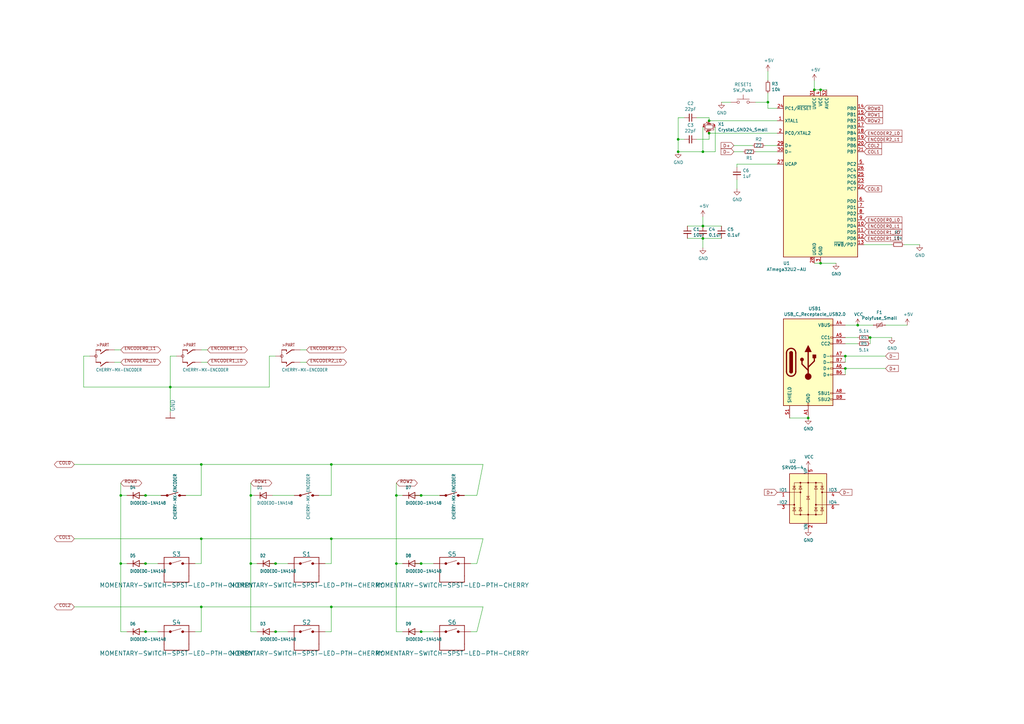
<source format=kicad_sch>
(kicad_sch (version 20211123) (generator eeschema)
  (paper "A3")
  (title_block (title "RecyclingPad - embedded") (date "2022-06-22") (rev "0.1x") (company "deveth0"))
  (lib_symbols
    (symbol "Connector:USB_C_Receptacle_USB2.0" (pin_names (offset 1.016))
      (property "Reference" "J" (at -10.16 19.05 0))
      (property "Value" "USB_C_Receptacle_USB2.0" (at 19.05 19.05 0))
      (symbol "USB_C_Receptacle_USB2.0_0_0"
        (rectangle (start -0.254 -17.78) (end 0.254 -16.764))
        (rectangle (start 10.16 -14.986) (end 9.144 -15.494))
        (rectangle (start 10.16 -12.446) (end 9.144 -12.954))
        (rectangle (start 10.16 -4.826) (end 9.144 -5.334))
        (rectangle (start 10.16 -2.286) (end 9.144 -2.794))
        (rectangle (start 10.16 0.254) (end 9.144 -0.254))
        (rectangle (start 10.16 2.794) (end 9.144 2.286))
        (rectangle (start 10.16 7.874) (end 9.144 7.366))
        (rectangle (start 10.16 10.414) (end 9.144 9.906))
        (rectangle (start 10.16 15.494) (end 9.144 14.986))
      )
      (symbol "USB_C_Receptacle_USB2.0_0_1"
        (rectangle (start -10.16 17.78) (end 10.16 -17.78) (stroke (width 0.254)) (fill (type background)))
        (arc (start -8.89 -3.81) (mid -6.985 -5.715) (end -5.08 -3.81) (stroke (width 0.508)))
        (arc (start -7.62 -3.81) (mid -6.985 -4.445) (end -6.35 -3.81) (stroke (width 0.254)))
        (arc (start -7.62 -3.81) (mid -6.985 -4.445) (end -6.35 -3.81) (stroke (width 0.254)) (fill (type outline)))
        (rectangle (start -7.62 -3.81) (end -6.35 3.81) (stroke (width 0.254)) (fill (type outline)))
        (arc (start -6.35 3.81) (mid -6.985 4.445) (end -7.62 3.81) (stroke (width 0.254)))
        (arc (start -6.35 3.81) (mid -6.985 4.445) (end -7.62 3.81) (stroke (width 0.254)) (fill (type outline)))
        (arc (start -5.08 3.81) (mid -6.985 5.715) (end -8.89 3.81) (stroke (width 0.508)))
        (circle (center -2.54 1.143) (radius 0.635) (stroke (width 0.254)) (fill (type outline)))
        (circle (center 0 -5.842) (radius 1.27) (fill (type outline)))
        (polyline (pts (xy -8.89 -3.81) (xy -8.89 3.81)) (stroke (width 0.508)))
        (polyline (pts (xy -5.08 3.81) (xy -5.08 -3.81)) (stroke (width 0.508)))
        (polyline (pts (xy 0 -5.842) (xy 0 4.318)) (stroke (width 0.508)))
        (polyline (pts (xy 0 -3.302) (xy -2.54 -0.762) (xy -2.54 0.508)) (stroke (width 0.508)))
        (polyline (pts (xy 0 -2.032) (xy 2.54 0.508) (xy 2.54 1.778)) (stroke (width 0.508)))
        (polyline (pts (xy -1.27 4.318) (xy 0 6.858) (xy 1.27 4.318) (xy -1.27 4.318)) (stroke (width 0.254)) (fill (type outline)))
        (rectangle (start 1.905 1.778) (end 3.175 3.048) (stroke (width 0.254)) (fill (type outline)))
      )
      (symbol "USB_C_Receptacle_USB2.0_1_1"
        (pin passive line (at 0 -22.86 90) (length 5.08) (name "GND") (number "A1"))
        (pin passive line (at 0 -22.86 90) (length 5.08) hide (name "GND") (number "A12"))
        (pin passive line (at 15.24 15.24 180) (length 5.08) (name "VBUS") (number "A4"))
        (pin bidirectional line (at 15.24 10.16 180) (length 5.08) (name "CC1") (number "A5"))
        (pin bidirectional line (at 15.24 -2.54 180) (length 5.08) (name "D+") (number "A6"))
        (pin bidirectional line (at 15.24 2.54 180) (length 5.08) (name "D-") (number "A7"))
        (pin bidirectional line (at 15.24 -12.7 180) (length 5.08) (name "SBU1") (number "A8"))
        (pin passive line (at 15.24 15.24 180) (length 5.08) hide (name "VBUS") (number "A9"))
        (pin passive line (at 0 -22.86 90) (length 5.08) hide (name "GND") (number "B1"))
        (pin passive line (at 0 -22.86 90) (length 5.08) hide (name "GND") (number "B12"))
        (pin passive line (at 15.24 15.24 180) (length 5.08) hide (name "VBUS") (number "B4"))
        (pin bidirectional line (at 15.24 7.62 180) (length 5.08) (name "CC2") (number "B5"))
        (pin bidirectional line (at 15.24 -5.08 180) (length 5.08) (name "D+") (number "B6"))
        (pin bidirectional line (at 15.24 0 180) (length 5.08) (name "D-") (number "B7"))
        (pin bidirectional line (at 15.24 -15.24 180) (length 5.08) (name "SBU2") (number "B8"))
        (pin passive line (at 15.24 15.24 180) (length 5.08) hide (name "VBUS") (number "B9"))
        (pin passive line (at -7.62 -22.86 90) (length 5.08) (name "SHIELD") (number "S1"))
      )
    )
    (symbol "Device:C_Small" (pin_numbers hide) (pin_names (offset 0.254) hide)
      (property "Reference" "C" (at 0.254 1.778 0))
      (property "Value" "C_Small" (at 0.254 -2.032 0))
      (symbol "C_Small_0_1"
        (polyline (pts (xy -1.524 -0.508) (xy 1.524 -0.508)) (stroke (width 0.3302)))
        (polyline (pts (xy -1.524 0.508) (xy 1.524 0.508)) (stroke (width 0.3048)))
      )
      (symbol "C_Small_1_1"
        (pin passive line (at 0 2.54 270) (length 2.032) (name "~") (number "1"))
        (pin passive line (at 0 -2.54 90) (length 2.032) (name "~") (number "2"))
      )
    )
    (symbol "Device:Crystal_GND24_Small" (pin_names (offset 1.016) hide)
      (property "Reference" "Y" (at 1.27 4.445 0))
      (property "Value" "Crystal_GND24_Small" (at 1.27 2.54 0))
      (symbol "Crystal_GND24_Small_0_1"
        (rectangle (start -0.762 -1.524) (end 0.762 1.524))
        (polyline (pts (xy -1.27 -0.762) (xy -1.27 0.762)) (stroke (width 0.381)))
        (polyline (pts (xy 1.27 -0.762) (xy 1.27 0.762)) (stroke (width 0.381)))
        (polyline (pts (xy -1.27 -1.27) (xy -1.27 -1.905) (xy 1.27 -1.905) (xy 1.27 -1.27)))
        (polyline (pts (xy -1.27 1.27) (xy -1.27 1.905) (xy 1.27 1.905) (xy 1.27 1.27)))
      )
      (symbol "Crystal_GND24_Small_1_1"
        (pin passive line (at -2.54 0 0) (length 1.27) (name "1") (number "1"))
        (pin passive line (at 0 -2.54 90) (length 0.635) (name "2") (number "2"))
        (pin passive line (at 2.54 0 180) (length 1.27) (name "3") (number "3"))
        (pin passive line (at 0 2.54 270) (length 0.635) (name "4") (number "4"))
      )
    )
    (symbol "Device:Polyfuse_Small" (pin_numbers hide) (pin_names (offset 0))
      (property "Reference" "F" (at -1.905 0 90))
      (property "Value" "Polyfuse_Small" (at 1.905 0 90))
      (symbol "Polyfuse_Small_0_1"
        (rectangle (start -0.508 1.27) (end 0.508 -1.27))
        (polyline (pts (xy 0 2.54) (xy 0 -2.54)))
        (polyline (pts (xy -1.016 1.27) (xy -1.016 0.762) (xy 1.016 -0.762) (xy 1.016 -1.27)))
      )
      (symbol "Polyfuse_Small_1_1"
        (pin passive line (at 0 2.54 270) (length 0.635) (name "~") (number "1"))
        (pin passive line (at 0 -2.54 90) (length 0.635) (name "~") (number "2"))
      )
    )
    (symbol "Device:R_Small" (pin_numbers hide) (pin_names (offset 0.254) hide)
      (property "Reference" "R" (at 0.762 0.508 0))
      (property "Value" "R_Small" (at 0.762 -1.016 0))
      (symbol "R_Small_0_1"
        (rectangle (start -0.762 1.778) (end 0.762 -1.778) (stroke (width 0.2032)))
      )
      (symbol "R_Small_1_1"
        (pin passive line (at 0 2.54 270) (length 0.762) (name "~") (number "1"))
        (pin passive line (at 0 -2.54 90) (length 0.762) (name "~") (number "2"))
      )
    )
    (symbol "Diode:1N4148WS" (pin_numbers hide) (pin_names (offset 1.016) hide)
      (property "Reference" "D" (at 0 2.54 0))
      (property "Value" "1N4148WS" (at 0 -2.54 0))
      (symbol "1N4148WS_0_1"
        (polyline (pts (xy -1.27 1.27) (xy -1.27 -1.27)) (stroke (width 0.254)))
        (polyline (pts (xy 1.27 0) (xy -1.27 0)))
        (polyline (pts (xy 1.27 1.27) (xy 1.27 -1.27) (xy -1.27 0) (xy 1.27 1.27)) (stroke (width 0.254)))
      )
      (symbol "1N4148WS_1_1"
        (pin passive line (at -3.81 0 0) (length 2.54) (name "K") (number "1"))
        (pin passive line (at 3.81 0 180) (length 2.54) (name "A") (number "2"))
      )
    )
    (symbol "MCU_Microchip_ATmega:ATmega32U2-AU"
      (property "Reference" "U" (at -15.24 34.29 0))
      (property "Value" "MCU_Microchip_ATmega_ATmega32U2-AU" (at 2.54 -34.29 0))
      (symbol "ATmega32U2-AU_0_1"
        (rectangle (start -15.24 -33.02) (end 15.24 33.02) (stroke (width 0.254)) (fill (type background)))
      )
      (symbol "ATmega32U2-AU_1_1"
        (pin input line (at -17.78 22.86 0) (length 2.54) (name "XTAL1") (number "1"))
        (pin bidirectional line (at 17.78 -20.32 180) (length 2.54) (name "PD4") (number "10"))
        (pin bidirectional line (at 17.78 -22.86 180) (length 2.54) (name "PD5") (number "11"))
        (pin bidirectional line (at 17.78 -25.4 180) (length 2.54) (name "PD6") (number "12"))
        (pin bidirectional line (at 17.78 -27.94 180) (length 2.54) (name "~{HWB}/PD7") (number "13"))
        (pin bidirectional line (at 17.78 27.94 180) (length 2.54) (name "PB0") (number "14"))
        (pin bidirectional line (at 17.78 25.4 180) (length 2.54) (name "PB1") (number "15"))
        (pin bidirectional line (at 17.78 22.86 180) (length 2.54) (name "PB2") (number "16"))
        (pin bidirectional line (at 17.78 20.32 180) (length 2.54) (name "PB3") (number "17"))
        (pin bidirectional line (at 17.78 17.78 180) (length 2.54) (name "PB4") (number "18"))
        (pin bidirectional line (at 17.78 15.24 180) (length 2.54) (name "PB5") (number "19"))
        (pin bidirectional line (at -17.78 17.78 0) (length 2.54) (name "PC0/XTAL2") (number "2"))
        (pin bidirectional line (at 17.78 12.7 180) (length 2.54) (name "PB6") (number "20"))
        (pin bidirectional line (at 17.78 10.16 180) (length 2.54) (name "PB7") (number "21"))
        (pin bidirectional line (at 17.78 -5.08 180) (length 2.54) (name "PC7") (number "22"))
        (pin bidirectional line (at 17.78 -2.54 180) (length 2.54) (name "PC6") (number "23"))
        (pin bidirectional line (at -17.78 27.94 0) (length 2.54) (name "PC1/~{RESET}") (number "24"))
        (pin bidirectional line (at 17.78 0 180) (length 2.54) (name "PC5") (number "25"))
        (pin bidirectional line (at 17.78 2.54 180) (length 2.54) (name "PC4") (number "26"))
        (pin passive line (at -17.78 5.08 0) (length 2.54) (name "UCAP") (number "27"))
        (pin power_in line (at -2.54 -35.56 90) (length 2.54) (name "UGND") (number "28"))
        (pin bidirectional line (at -17.78 12.7 0) (length 2.54) (name "D+") (number "29"))
        (pin power_in line (at 0 -35.56 90) (length 2.54) (name "GND") (number "3"))
        (pin bidirectional line (at -17.78 10.16 0) (length 2.54) (name "D-") (number "30"))
        (pin power_in line (at -2.54 35.56 270) (length 2.54) (name "UVCC") (number "31"))
        (pin power_in line (at 2.54 35.56 270) (length 2.54) (name "AVCC") (number "32"))
        (pin power_in line (at 0 35.56 270) (length 2.54) (name "VCC") (number "4"))
        (pin bidirectional line (at 17.78 5.08 180) (length 2.54) (name "PC2") (number "5"))
        (pin bidirectional line (at 17.78 -10.16 180) (length 2.54) (name "PD0") (number "6"))
        (pin bidirectional line (at 17.78 -12.7 180) (length 2.54) (name "PD1") (number "7"))
        (pin bidirectional line (at 17.78 -15.24 180) (length 2.54) (name "PD2") (number "8"))
        (pin bidirectional line (at 17.78 -17.78 180) (length 2.54) (name "PD3") (number "9"))
      )
    )
    (symbol "Power_Protection:SRV05-4" (pin_names (offset 0))
      (property "Reference" "U" (at -5.08 11.43 0))
      (property "Value" "SRV05-4" (at 2.54 11.43 0))
      (symbol "SRV05-4_0_0"
        (rectangle (start -5.715 6.477) (end 5.715 -6.604))
        (polyline (pts (xy -3.175 -6.604) (xy -3.175 6.477)))
        (polyline (pts (xy 3.175 6.477) (xy 3.175 -6.604)))
      )
      (symbol "SRV05-4_0_1"
        (rectangle (start -7.62 10.16) (end 7.62 -10.16) (stroke (width 0.254)) (fill (type background)))
        (circle (center -5.715 -2.54) (radius 0.2794) (fill (type outline)))
        (circle (center -3.175 -6.604) (radius 0.2794) (fill (type outline)))
        (circle (center -3.175 2.54) (radius 0.2794) (fill (type outline)))
        (circle (center -3.175 6.477) (radius 0.2794) (fill (type outline)))
        (circle (center 0 -6.604) (radius 0.2794) (fill (type outline)))
        (polyline (pts (xy -7.747 2.54) (xy -3.175 2.54)))
        (polyline (pts (xy -7.62 -2.54) (xy -5.715 -2.54)))
        (polyline (pts (xy -5.08 -3.81) (xy -6.35 -3.81)))
        (polyline (pts (xy -5.08 5.08) (xy -6.35 5.08)))
        (polyline (pts (xy -2.54 -3.81) (xy -3.81 -3.81)))
        (polyline (pts (xy -2.54 5.08) (xy -3.81 5.08)))
        (polyline (pts (xy 0 10.16) (xy 0 -10.16)))
        (polyline (pts (xy 3.81 -3.81) (xy 2.54 -3.81)))
        (polyline (pts (xy 3.81 5.08) (xy 2.54 5.08)))
        (polyline (pts (xy 6.35 -3.81) (xy 5.08 -3.81)))
        (polyline (pts (xy 6.35 5.08) (xy 5.08 5.08)))
        (polyline (pts (xy 7.62 -2.54) (xy 3.175 -2.54)))
        (polyline (pts (xy 7.62 2.54) (xy 5.715 2.54)))
        (polyline (pts (xy 0.635 0.889) (xy -0.635 0.889) (xy -0.635 0.635)))
        (polyline (pts (xy -5.08 -5.08) (xy -6.35 -5.08) (xy -5.715 -3.81) (xy -5.08 -5.08)))
        (polyline (pts (xy -5.08 3.81) (xy -6.35 3.81) (xy -5.715 5.08) (xy -5.08 3.81)))
        (polyline (pts (xy -2.54 -5.08) (xy -3.81 -5.08) (xy -3.175 -3.81) (xy -2.54 -5.08)))
        (polyline (pts (xy -2.54 3.81) (xy -3.81 3.81) (xy -3.175 5.08) (xy -2.54 3.81)))
        (polyline (pts (xy 0.635 -0.381) (xy -0.635 -0.381) (xy 0 0.889) (xy 0.635 -0.381)))
        (polyline (pts (xy 3.81 -5.08) (xy 2.54 -5.08) (xy 3.175 -3.81) (xy 3.81 -5.08)))
        (polyline (pts (xy 3.81 3.81) (xy 2.54 3.81) (xy 3.175 5.08) (xy 3.81 3.81)))
        (polyline (pts (xy 6.35 -5.08) (xy 5.08 -5.08) (xy 5.715 -3.81) (xy 6.35 -5.08)))
        (polyline (pts (xy 6.35 3.81) (xy 5.08 3.81) (xy 5.715 5.08) (xy 6.35 3.81)))
        (circle (center 0 6.477) (radius 0.2794) (fill (type outline)))
        (circle (center 3.175 -6.604) (radius 0.2794) (fill (type outline)))
        (circle (center 3.175 -2.54) (radius 0.2794) (fill (type outline)))
        (circle (center 3.175 6.477) (radius 0.2794) (fill (type outline)))
        (circle (center 5.715 2.54) (radius 0.2794) (fill (type outline)))
      )
      (symbol "SRV05-4_1_1"
        (pin passive line (at -12.7 2.54 0) (length 5.08) (name "IO1") (number "1"))
        (pin passive line (at 0 -12.7 90) (length 2.54) (name "VN") (number "2"))
        (pin passive line (at -12.7 -2.54 0) (length 5.08) (name "IO2") (number "3"))
        (pin passive line (at 12.7 2.54 180) (length 5.08) (name "IO3") (number "4"))
        (pin passive line (at 0 12.7 270) (length 2.54) (name "VP") (number "5"))
        (pin passive line (at 12.7 -2.54 180) (length 5.08) (name "IO4") (number "6"))
      )
    )
    (symbol "RecyclingPad:CHERRY-MX"
      (property "Reference" "S1" (at 0 5.334 0))
      (property "Value" "CHERRY-MX" (at 0 -5.334 0))
      (symbol "CHERRY-MX_1_0"
        (circle (center -2.54 2.54) (radius 0.127) (stroke (width 0.4064)))
        (polyline (pts (xy -5.08 -5.08) (xy 5.08 -5.08)) (stroke (width 0.254)))
        (polyline (pts (xy -5.08 -2.54) (xy -5.08 -5.08)) (stroke (width 0.254)))
        (polyline (pts (xy -5.08 2.54) (xy -5.08 -2.54)) (stroke (width 0.254)))
        (polyline (pts (xy -5.08 2.54) (xy -2.54 2.54)) (stroke (width 0.1524)))
        (polyline (pts (xy -5.08 5.08) (xy -5.08 2.54)) (stroke (width 0.254)))
        (polyline (pts (xy -2.54 2.54) (xy 1.905 3.81)) (stroke (width 0.1524)))
        (polyline (pts (xy 1.905 2.54) (xy 5.08 2.54)) (stroke (width 0.1524)))
        (polyline (pts (xy 5.08 -5.08) (xy 5.08 -2.54)) (stroke (width 0.254)))
        (polyline (pts (xy 5.08 -2.54) (xy 5.08 2.54)) (stroke (width 0.254)))
        (polyline (pts (xy 5.08 2.54) (xy 5.08 5.08)) (stroke (width 0.254)))
        (polyline (pts (xy 5.08 5.08) (xy -5.08 5.08)) (stroke (width 0.254)))
        (circle (center 2.54 2.54) (radius 0.127) (stroke (width 0.4064)))
        (pin passive line (at -7.62 2.54 0) (length 2.54) (name "1") (number "S1"))
        (pin passive line (at 7.62 2.54 180) (length 2.54) (name "2") (number "S2"))
      )
    )
    (symbol "RecyclingPad:CHERRY-MX-ENCODER"
      (property "Value" "CHERRY-MX-ENCODER" (at 0 -0.508 90))
      (symbol "CHERRY-MX-ENCODER_1_0"
        (circle (center -2.54 0) (radius 0.127) (stroke (width 0.4064)))
        (polyline (pts (xy -2.54 0) (xy 1.905 1.27)) (stroke (width 0.254)))
        (polyline (pts (xy 1.905 0) (xy 2.54 0)) (stroke (width 0.254)))
        (circle (center 2.54 0) (radius 0.127) (stroke (width 0.4064)))
        (pin passive line (at -5.08 0 0) (length 2.54) (name "1") (number "D"))
        (pin passive line (at 5.08 0 180) (length 2.54) (name "2") (number "E"))
        (pin passive line (at -5.08 0 0) (length 2.54) (name "1") (number "S1"))
        (pin passive line (at 5.08 0 180) (length 2.54) (name "2") (number "S2"))
      )
      (symbol "CHERRY-MX-ENCODER_2_0"
        (polyline (pts (xy -2.54 0) (xy 2.54 0)) (stroke (width 0.1524)))
        (polyline (pts (xy -2.54 1.905) (xy -2.54 0)) (stroke (width 0.3048)))
        (polyline (pts (xy -2.54 4.1275) (xy -0.9525 1.905)) (stroke (width 0.3048)))
        (polyline (pts (xy -2.54 5.08) (xy -2.54 4.1275)) (stroke (width 0.3048)))
        (polyline (pts (xy -1.905 1.905) (xy -2.54 1.905)) (stroke (width 0.3048)))
        (polyline (pts (xy 2.54 1.905) (xy 2.54 0)) (stroke (width 0.3048)))
        (polyline (pts (xy 2.54 4.1275) (xy 4.1275 1.905)) (stroke (width 0.3048)))
        (polyline (pts (xy 2.54 5.08) (xy 2.54 4.1275)) (stroke (width 0.3048)))
        (polyline (pts (xy 3.175 1.905) (xy 2.54 1.905)) (stroke (width 0.3048)))
        (circle (center 0 0) (radius 0.5679))
        (text ">PART" (at -3.81 0 900) (effects (font (size 1.27 1.0795)) (justify left bottom)))
        (pin passive line (at -2.54 7.62 270) (length 2.54) (name "A") (number "A"))
        (pin passive line (at 2.54 7.62 270) (length 2.54) (name "B") (number "B"))
        (pin passive line (at 0 -2.54 90) (length 2.54) (name "C") (number "C"))
      )
    )
    (symbol "Switch:SW_Push" (pin_numbers hide) (pin_names (offset 1.016) hide)
      (property "Reference" "SW" (at 1.27 2.54 0))
      (property "Value" "SW_Push" (at 0 -1.524 0))
      (symbol "SW_Push_0_1"
        (circle (center -2.032 0) (radius 0.508))
        (polyline (pts (xy 0 1.27) (xy 0 3.048)))
        (polyline (pts (xy 2.54 1.27) (xy -2.54 1.27)))
        (circle (center 2.032 0) (radius 0.508))
        (pin passive line (at -5.08 0 0) (length 2.54) (name "1") (number "1"))
        (pin passive line (at 5.08 0 180) (length 2.54) (name "2") (number "2"))
      )
    )
    (symbol "dumbpad-eagle-import:GND" (power)
      (property "Value" "GND" (at -2.54 -2.54 0))
      (symbol "GND_1_0"
        (polyline (pts (xy -1.905 0) (xy 1.905 0)) (stroke (width 0.254)))
        (pin power_in line (at 0 2.54 270) (length 2.54) (name "GND") (number "1"))
      )
    )
    (symbol "power:+5V" (power) (pin_names (offset 0))
      (property "Value" "+5V" (at 0 3.556 0))
      (symbol "+5V_0_1"
        (polyline (pts (xy -0.762 1.27) (xy 0 2.54)))
        (polyline (pts (xy 0 0) (xy 0 2.54)))
        (polyline (pts (xy 0 2.54) (xy 0.762 1.27)))
      )
      (symbol "+5V_1_1"
        (pin power_in line (at 0 0 90) (length 0) hide (name "+5V") (number "1"))
      )
    )
    (symbol "power:GND" (power) (pin_names (offset 0))
      (property "Value" "GND" (at 0 -3.81 0))
      (symbol "GND_0_1"
        (polyline (pts (xy 0 0) (xy 0 -1.27) (xy 1.27 -1.27) (xy 0 -2.54) (xy -1.27 -1.27) (xy 0 -1.27)))
      )
      (symbol "GND_1_1"
        (pin power_in line (at 0 0 270) (length 0) hide (name "GND") (number "1"))
      )
    )
    (symbol "power:VCC" (power) (pin_names (offset 0))
      (property "Value" "VCC" (at 0 3.81 0))
      (symbol "VCC_0_1"
        (polyline (pts (xy -0.762 1.27) (xy 0 2.54)))
        (polyline (pts (xy 0 0) (xy 0 2.54)))
        (polyline (pts (xy 0 2.54) (xy 0.762 1.27)))
      )
      (symbol "VCC_1_1"
        (pin power_in line (at 0 0 90) (length 0) hide (name "VCC") (number "1"))
      )
    )
  )
  (junction (at 356.87 138.43))
  (junction (at 351.79 133.35))
  (junction (at 288.29 97.79))
  (junction (at 290.83 49.53))
  (junction (at 172.72 259.08))
  (junction (at 290.83 54.61))
  (junction (at 49.53 203.2))
  (junction (at 172.72 203.2))
  (junction (at 113.03 259.08))
  (junction (at 135.89 220.98))
  (junction (at 59.69 259.08))
  (junction (at 172.72 231.14))
  (junction (at 102.87 231.14))
  (junction (at 336.55 107.95))
  (junction (at 82.55 190.5))
  (junction (at 162.56 231.14))
  (junction (at 336.55 36.83))
  (junction (at 346.71 146.05))
  (junction (at 59.69 203.2))
  (junction (at 82.55 220.98))
  (junction (at 113.03 231.14))
  (junction (at 278.13 57.15))
  (junction (at 59.69 231.14))
  (junction (at 346.71 151.13))
  (junction (at 162.56 203.2))
  (junction (at 69.85 158.75))
  (junction (at 314.96 41.91))
  (junction (at 49.53 231.14))
  (junction (at 82.55 248.92))
  (junction (at 135.89 190.5))
  (junction (at 102.87 203.2))
  (junction (at 288.29 92.71))
  (junction (at 331.47 171.45))
  (junction (at 278.13 62.23))
  (junction (at 288.29 62.23))
  (junction (at 334.01 36.83))
  (junction (at 135.89 248.92))
  (wire (pts (xy 113.03 231.14) (xy 110.49 231.14)))
  (wire (pts (xy 30.48 190.5) (xy 82.55 190.5)))
  (wire (pts (xy 104.14 203.2) (xy 102.87 203.2)))
  (wire (pts (xy 64.77 231.14) (xy 59.69 231.14)))
  (wire (pts (xy 52.07 203.2) (xy 49.53 203.2)))
  (wire (pts (xy 34.29 146.05) (xy 34.29 158.75)))
  (wire (pts (xy 195.58 231.14) (xy 198.12 220.98)))
  (wire (pts (xy 57.15 203.2) (xy 59.69 203.2)))
  (wire (pts (xy 304.8 62.23) (xy 300.99 62.23)))
  (wire (pts (xy 334.01 33.02) (xy 334.01 36.83)))
  (wire (pts (xy 30.48 220.98) (xy 82.55 220.98)))
  (wire (pts (xy 346.71 148.59) (xy 346.71 146.05)))
  (wire (pts (xy 102.87 231.14) (xy 102.87 203.2)))
  (wire (pts (xy 105.41 259.08) (xy 102.87 259.08)))
  (wire (pts (xy 356.87 140.97) (xy 356.87 138.43)))
  (wire (pts (xy 72.39 146.05) (xy 69.85 146.05)))
  (wire (pts (xy 135.89 190.5) (xy 198.12 190.5)))
  (wire (pts (xy 30.48 248.92) (xy 82.55 248.92)))
  (wire (pts (xy 76.2 203.2) (xy 82.55 203.2)))
  (wire (pts (xy 113.03 259.08) (xy 110.49 259.08)))
  (wire (pts (xy 52.07 231.14) (xy 49.53 231.14)))
  (wire (pts (xy 49.53 203.2) (xy 49.53 198.12)))
  (wire (pts (xy 165.1 231.14) (xy 162.56 231.14)))
  (wire (pts (xy 82.55 190.5) (xy 135.89 190.5)))
  (wire (pts (xy 80.01 231.14) (xy 82.55 231.14)))
  (wire (pts (xy 288.29 92.71) (xy 281.94 92.71)))
  (wire (pts (xy 59.69 259.08) (xy 57.15 259.08)))
  (wire (pts (xy 82.55 248.92) (xy 135.89 248.92)))
  (wire (pts (xy 123.19 143.51) (xy 125.73 143.51)))
  (wire (pts (xy 118.11 231.14) (xy 113.03 231.14)))
  (wire (pts (xy 346.71 153.67) (xy 346.71 151.13)))
  (wire (pts (xy 300.99 59.69) (xy 308.61 59.69)))
  (wire (pts (xy 293.37 62.23) (xy 293.37 52.07)))
  (wire (pts (xy 346.71 146.05) (xy 363.22 146.05)))
  (wire (pts (xy 82.55 148.59) (xy 85.09 148.59)))
  (wire (pts (xy 318.77 59.69) (xy 313.69 59.69)))
  (wire (pts (xy 290.83 57.15) (xy 290.83 54.61)))
  (wire (pts (xy 278.13 48.26) (xy 280.67 48.26)))
  (wire (pts (xy 195.58 203.2) (xy 198.12 190.5)))
  (wire (pts (xy 314.96 41.91) (xy 314.96 38.1)))
  (wire (pts (xy 288.29 92.71) (xy 295.91 92.71)))
  (wire (pts (xy 36.83 146.05) (xy 34.29 146.05)))
  (wire (pts (xy 133.35 231.14) (xy 135.89 231.14)))
  (wire (pts (xy 177.8 259.08) (xy 172.72 259.08)))
  (wire (pts (xy 177.8 231.14) (xy 172.72 231.14)))
  (wire (pts (xy 165.1 203.2) (xy 162.56 203.2)))
  (wire (pts (xy 302.26 67.31) (xy 302.26 68.58)))
  (wire (pts (xy 290.83 49.53) (xy 318.77 49.53)))
  (wire (pts (xy 49.53 231.14) (xy 49.53 203.2)))
  (wire (pts (xy 82.55 220.98) (xy 135.89 220.98)))
  (wire (pts (xy 135.89 220.98) (xy 135.89 231.14)))
  (wire (pts (xy 351.79 133.35) (xy 358.14 133.35)))
  (wire (pts (xy 133.35 259.08) (xy 135.89 259.08)))
  (wire (pts (xy 102.87 259.08) (xy 102.87 231.14)))
  (wire (pts (xy 365.76 138.43) (xy 356.87 138.43)))
  (wire (pts (xy 102.87 198.12) (xy 102.87 203.2)))
  (wire (pts (xy 318.77 44.45) (xy 314.96 44.45)))
  (wire (pts (xy 52.07 259.08) (xy 49.53 259.08)))
  (wire (pts (xy 314.96 29.21) (xy 314.96 33.02)))
  (wire (pts (xy 123.19 148.59) (xy 125.73 148.59)))
  (wire (pts (xy 288.29 92.71) (xy 288.29 88.9)))
  (wire (pts (xy 130.81 203.2) (xy 135.89 203.2)))
  (wire (pts (xy 135.89 259.08) (xy 135.89 248.92)))
  (wire (pts (xy 105.41 231.14) (xy 102.87 231.14)))
  (wire (pts (xy 46.99 148.59) (xy 49.53 148.59)))
  (wire (pts (xy 195.58 259.08) (xy 198.12 248.92)))
  (wire (pts (xy 82.55 143.51) (xy 85.09 143.51)))
  (wire (pts (xy 278.13 57.15) (xy 278.13 62.23)))
  (wire (pts (xy 172.72 203.2) (xy 180.34 203.2)))
  (wire (pts (xy 290.83 48.26) (xy 285.75 48.26)))
  (wire (pts (xy 69.85 146.05) (xy 69.85 158.75)))
  (wire (pts (xy 69.85 158.75) (xy 110.49 158.75)))
  (wire (pts (xy 135.89 203.2) (xy 135.89 190.5)))
  (wire (pts (xy 135.89 248.92) (xy 198.12 248.92)))
  (wire (pts (xy 278.13 57.15) (xy 278.13 48.26)))
  (wire (pts (xy 193.04 231.14) (xy 195.58 231.14)))
  (wire (pts (xy 346.71 138.43) (xy 351.79 138.43)))
  (wire (pts (xy 110.49 146.05) (xy 113.03 146.05)))
  (wire (pts (xy 82.55 231.14) (xy 82.55 220.98)))
  (wire (pts (xy 346.71 133.35) (xy 351.79 133.35)))
  (wire (pts (xy 323.85 171.45) (xy 331.47 171.45)))
  (wire (pts (xy 309.88 41.91) (xy 314.96 41.91)))
  (wire (pts (xy 82.55 203.2) (xy 82.55 190.5)))
  (wire (pts (xy 281.94 97.79) (xy 288.29 97.79)))
  (wire (pts (xy 334.01 107.95) (xy 336.55 107.95)))
  (wire (pts (xy 363.22 133.35) (xy 372.11 133.35)))
  (wire (pts (xy 309.88 62.23) (xy 318.77 62.23)))
  (wire (pts (xy 336.55 107.95) (xy 342.9 107.95)))
  (wire (pts (xy 34.29 158.75) (xy 69.85 158.75)))
  (wire (pts (xy 346.71 151.13) (xy 363.22 151.13)))
  (wire (pts (xy 288.29 52.07) (xy 288.29 62.23)))
  (wire (pts (xy 69.85 158.75) (xy 69.85 168.91)))
  (wire (pts (xy 59.69 203.2) (xy 66.04 203.2)))
  (wire (pts (xy 336.55 36.83) (xy 339.09 36.83)))
  (wire (pts (xy 46.99 143.51) (xy 49.53 143.51)))
  (wire (pts (xy 198.12 220.98) (xy 135.89 220.98)))
  (wire (pts (xy 172.72 231.14) (xy 170.18 231.14)))
  (wire (pts (xy 288.29 101.6) (xy 288.29 97.79)))
  (wire (pts (xy 165.1 259.08) (xy 162.56 259.08)))
  (wire (pts (xy 285.75 57.15) (xy 290.83 57.15)))
  (wire (pts (xy 299.72 41.91) (xy 295.91 41.91)))
  (wire (pts (xy 288.29 97.79) (xy 295.91 97.79)))
  (wire (pts (xy 162.56 259.08) (xy 162.56 231.14)))
  (wire (pts (xy 346.71 140.97) (xy 351.79 140.97)))
  (wire (pts (xy 172.72 259.08) (xy 170.18 259.08)))
  (wire (pts (xy 170.18 203.2) (xy 172.72 203.2)))
  (wire (pts (xy 110.49 158.75) (xy 110.49 146.05)))
  (wire (pts (xy 118.11 259.08) (xy 113.03 259.08)))
  (wire (pts (xy 80.01 259.08) (xy 82.55 259.08)))
  (wire (pts (xy 162.56 231.14) (xy 162.56 203.2)))
  (wire (pts (xy 354.33 100.33) (xy 365.76 100.33)))
  (wire (pts (xy 59.69 231.14) (xy 57.15 231.14)))
  (wire (pts (xy 377.19 100.33) (xy 370.84 100.33)))
  (wire (pts (xy 64.77 259.08) (xy 59.69 259.08)))
  (wire (pts (xy 111.76 203.2) (xy 120.65 203.2)))
  (wire (pts (xy 302.26 77.47) (xy 302.26 73.66)))
  (wire (pts (xy 162.56 203.2) (xy 162.56 198.12)))
  (wire (pts (xy 318.77 67.31) (xy 302.26 67.31)))
  (wire (pts (xy 314.96 44.45) (xy 314.96 41.91)))
  (wire (pts (xy 49.53 259.08) (xy 49.53 231.14)))
  (wire (pts (xy 280.67 57.15) (xy 278.13 57.15)))
  (wire (pts (xy 290.83 54.61) (xy 318.77 54.61)))
  (wire (pts (xy 288.29 62.23) (xy 293.37 62.23)))
  (wire (pts (xy 334.01 36.83) (xy 336.55 36.83)))
  (wire (pts (xy 190.5 203.2) (xy 195.58 203.2)))
  (wire (pts (xy 290.83 48.26) (xy 290.83 49.53)))
  (wire (pts (xy 82.55 259.08) (xy 82.55 248.92)))
  (wire (pts (xy 193.04 259.08) (xy 195.58 259.08)))
  (wire (pts (xy 288.29 62.23) (xy 278.13 62.23)))
  (global_label "D-" (shape input) (at 344.17 201.93 0) (property "Intersheet References" "${INTERSHEET_REFS}" (effects hide)))
  (global_label "COL2" (shape input) (at 354.33 59.69 0) (property "Intersheet References" "${INTERSHEET_REFS}" (effects hide)))
  (global_label "ENCODER1_L0" (shape bidirectional) (at 85.09 148.59 0) (effects (font (size 1.2446 1.2446))) (property "Intersheet References" "${INTERSHEET_REFS}" (effects hide)))
  (global_label "D+" (shape input) (at 318.77 201.93 180) (property "Intersheet References" "${INTERSHEET_REFS}" (effects hide)))
  (global_label "ENCODER0_L0" (shape input) (at 354.33 90.17 0) (property "Intersheet References" "${INTERSHEET_REFS}" (effects hide)))
  (global_label "ENCODER2_L0" (shape input) (at 354.33 54.61 0) (property "Intersheet References" "${INTERSHEET_REFS}" (effects hide)))
  (global_label "ROW0" (shape bidirectional) (at 49.53 198.12 0) (effects (font (size 1.2446 1.2446))) (property "Intersheet References" "${INTERSHEET_REFS}" (effects hide)))
  (global_label "ENCODER1_L1" (shape bidirectional) (at 85.09 143.51 0) (effects (font (size 1.2446 1.2446))) (property "Intersheet References" "${INTERSHEET_REFS}" (effects hide)))
  (global_label "ENCODER0_L1" (shape bidirectional) (at 49.53 143.51 0) (effects (font (size 1.2446 1.2446))) (property "Intersheet References" "${INTERSHEET_REFS}" (effects hide)))
  (global_label "COL1" (shape input) (at 354.33 62.23 0) (property "Intersheet References" "${INTERSHEET_REFS}" (effects hide)))
  (global_label "ENCODER0_L1" (shape input) (at 354.33 92.71 0) (property "Intersheet References" "${INTERSHEET_REFS}" (effects hide)))
  (global_label "ENCODER0_L0" (shape bidirectional) (at 49.53 148.59 0) (effects (font (size 1.2446 1.2446))) (property "Intersheet References" "${INTERSHEET_REFS}" (effects hide)))
  (global_label "ENCODER2_L0" (shape bidirectional) (at 125.73 148.59 0) (effects (font (size 1.2446 1.2446))) (property "Intersheet References" "${INTERSHEET_REFS}" (effects hide)))
  (global_label "D-" (shape input) (at 300.99 62.23 180) (property "Intersheet References" "${INTERSHEET_REFS}" (effects hide)))
  (global_label "ENCODER2_L1" (shape input) (at 354.33 57.15 0) (property "Intersheet References" "${INTERSHEET_REFS}" (effects hide)))
  (global_label "ROW1" (shape bidirectional) (at 102.87 198.12 0) (effects (font (size 1.2446 1.2446))) (property "Intersheet References" "${INTERSHEET_REFS}" (effects hide)))
  (global_label "ENCODER1_L0" (shape input) (at 354.33 95.25 0) (property "Intersheet References" "${INTERSHEET_REFS}" (effects hide)))
  (global_label "COL1" (shape bidirectional) (at 30.48 220.98 180) (effects (font (size 1.2446 1.2446))) (property "Intersheet References" "${INTERSHEET_REFS}" (effects hide)))
  (global_label "D+" (shape input) (at 363.22 151.13 0) (property "Intersheet References" "${INTERSHEET_REFS}" (effects hide)))
  (global_label "ROW1" (shape input) (at 354.33 46.99 0) (property "Intersheet References" "${INTERSHEET_REFS}" (effects hide)))
  (global_label "ROW0" (shape input) (at 354.33 44.45 0) (property "Intersheet References" "${INTERSHEET_REFS}" (effects hide)))
  (global_label "ROW2" (shape input) (at 354.33 49.53 0) (property "Intersheet References" "${INTERSHEET_REFS}" (effects hide)))
  (global_label "COL0" (shape input) (at 354.33 77.47 0) (property "Intersheet References" "${INTERSHEET_REFS}" (effects hide)))
  (global_label "COL2" (shape bidirectional) (at 30.48 248.92 180) (effects (font (size 1.2446 1.2446))) (property "Intersheet References" "${INTERSHEET_REFS}" (effects hide)))
  (global_label "D+" (shape input) (at 300.99 59.69 180) (property "Intersheet References" "${INTERSHEET_REFS}" (effects hide)))
  (global_label "ENCODER1_L1" (shape input) (at 354.33 97.79 0) (property "Intersheet References" "${INTERSHEET_REFS}" (effects hide)))
  (global_label "D-" (shape input) (at 363.22 146.05 0) (property "Intersheet References" "${INTERSHEET_REFS}" (effects hide)))
  (global_label "ROW2" (shape bidirectional) (at 162.56 198.12 0) (effects (font (size 1.2446 1.2446))) (property "Intersheet References" "${INTERSHEET_REFS}" (effects hide)))
  (global_label "COL0" (shape bidirectional) (at 30.48 190.5 180) (effects (font (size 1.2446 1.2446))) (property "Intersheet References" "${INTERSHEET_REFS}" (effects hide)))
  (global_label "ENCODER2_L1" (shape bidirectional) (at 125.73 143.51 0) (effects (font (size 1.2446 1.2446))) (property "Intersheet References" "${INTERSHEET_REFS}" (effects hide)))
  (symbol (lib_id "Device:C_Small") (at 281.94 95.25 0) (unit 1)
    (property "Reference" "C1" (at 284.2768 94.0816 0) (effects (justify left)))
    (property "Value" "10uF" (at 284.2768 96.393 0) (effects (justify left)))
    (property "Footprint" "Capacitor_SMD:C_0805_2012Metric" (effects hide))
    (property "LCSC Part" "C91245" (effects hide))
  )
  (symbol (lib_id "Diode:1N4148WS") (at 168.91 203.2 0) (unit 1)
    (property "Reference" "D7" (at 166.37 200.66 0) (effects (font (size 1.27 1.0795)) (justify left bottom)))
    (property "Value" "DIODEDO-1N4148" (at 166.37 207.01 0) (effects (font (size 1.27 1.0795)) (justify left bottom)))
    (property "Footprint" "Diode_SMD:D_SOD-323" (effects hide))
    (property "Datasheet" "https://www.vishay.com/docs/85751/1n4148ws.pdf" (effects hide))
    (property "LCSC Part" "C2128" (effects hide))
  )
  (symbol (lib_id "RecyclingPad:CHERRY-MX") (at 125.73 233.68 0) (unit 1)
    (property "Reference" "S1" (at 125.73 228.346 0) (effects (font (size 1.778 1.778)) (justify bottom)))
    (property "Value" "MOMENTARY-SWITCH-SPST-LED-PTH-CHERRY" (at 125.73 239.014 0) (effects (font (size 1.778 1.778)) (justify top)))
    (property "Footprint" "RecyclingPad:CHERRY-MX" (effects hide))
  )
  (symbol (lib_id "power:VCC") (at 351.79 133.35 0) (unit 1)
    (property "Reference" "#PWR0111" (effects hide))
    (property "Value" "VCC" (at 352.171 128.9558 0))
  )
  (symbol (lib_id "Device:Crystal_GND24_Small") (at 290.83 52.07 270) (unit 1)
    (property "Reference" "X1" (at 294.4876 50.9016 90) (effects (justify left)))
    (property "Value" "Crystal_GND24_Small" (at 294.4876 53.213 90) (effects (justify left)))
    (property "Footprint" "Crystal:Crystal_SMD_3225-4Pin_3.2x2.5mm" (effects hide))
    (property "LCSC Part" "C13738" (effects hide))
  )
  (symbol (lib_id "Diode:1N4148WS") (at 109.22 231.14 0) (unit 1)
    (property "Reference" "D2" (at 106.68 228.6 0) (effects (font (size 1.27 1.0795)) (justify left bottom)))
    (property "Value" "DIODEDO-1N4148" (at 106.68 234.95 0) (effects (font (size 1.27 1.0795)) (justify left bottom)))
    (property "Footprint" "Diode_SMD:D_SOD-323" (effects hide))
    (property "Datasheet" "https://www.vishay.com/docs/85751/1n4148ws.pdf" (effects hide))
    (property "LCSC Part" "C2128" (effects hide))
  )
  (symbol (lib_id "Device:R_Small") (at 368.3 100.33 270) (unit 1)
    (property "Reference" "R7" (at 368.3 95.3516 90))
    (property "Value" "10k" (at 368.3 97.663 90))
    (property "Footprint" "Resistor_SMD:R_0805_2012Metric" (effects hide))
    (property "LCSC Part" "C17414" (effects hide))
  )
  (symbol (lib_id "RecyclingPad:CHERRY-MX-ENCODER") (at 185.42 203.2 0) (unit 1)
    (property "Reference" "RE_3_2" (effects hide))
    (property "Value" "CHERRY-MX-ENCODER" (at 185.42 203.708 90) (effects (font (size 1.27 1.0795)) (justify top)))
    (property "Footprint" "CHERRY-MX-ENCODER" (effects hide))
  )
  (symbol (lib_id "power:GND") (at 365.76 138.43 0) (unit 1)
    (property "Reference" "#PWR0113" (effects hide))
    (property "Value" "GND" (at 365.887 142.8242 0))
  )
  (symbol (lib_id "Device:C_Small") (at 302.26 71.12 0) (unit 1)
    (property "Reference" "C6" (at 304.5968 69.9516 0) (effects (justify left)))
    (property "Value" "1uF" (at 304.5968 72.263 0) (effects (justify left)))
    (property "Footprint" "Capacitor_SMD:C_0805_2012Metric" (effects hide))
    (property "LCSC Part" "C28323" (effects hide))
  )
  (symbol (lib_id "Device:C_Small") (at 288.29 95.25 0) (unit 1)
    (property "Reference" "C4" (at 290.6268 94.0816 0) (effects (justify left)))
    (property "Value" "0.1uF" (at 290.6268 96.393 0) (effects (justify left)))
    (property "Footprint" "Capacitor_SMD:C_0805_2012Metric" (effects hide))
    (property "LCSC Part" "C49678" (effects hide))
  )
  (symbol (lib_id "Device:C_Small") (at 283.21 57.15 270) (unit 1)
    (property "Reference" "C3" (at 283.21 51.3334 90))
    (property "Value" "22pF" (at 283.21 53.6448 90))
    (property "Footprint" "Capacitor_SMD:C_0805_2012Metric" (effects hide))
    (property "LCSC Part" "C1804" (effects hide))
  )
  (symbol (lib_id "RecyclingPad:CHERRY-MX-ENCODER") (at 125.73 203.2 0) (unit 1)
    (property "Reference" "RE_0_1" (effects hide))
    (property "Value" "CHERRY-MX-ENCODER" (at 125.73 203.708 90) (effects (font (size 1.27 1.0795)) (justify top)))
    (property "Footprint" "CHERRY-MX-ENCODER" (effects hide))
  )
  (symbol (lib_id "dumbpad-eagle-import:GND") (at 69.85 171.45 0) (unit 1)
    (property "Reference" "#GND0104" (effects hide))
    (property "Value" "GND" (at 69.85 163.83 90) (effects (font (size 1.778 1.5113)) (justify right top)))
  )
  (symbol (lib_id "Diode:1N4148WS") (at 55.88 259.08 0) (unit 1)
    (property "Reference" "D6" (at 53.34 256.54 0) (effects (font (size 1.27 1.0795)) (justify left bottom)))
    (property "Value" "DIODEDO-1N4148" (at 53.34 262.89 0) (effects (font (size 1.27 1.0795)) (justify left bottom)))
    (property "Footprint" "Diode_SMD:D_SOD-323" (effects hide))
    (property "Datasheet" "https://www.vishay.com/docs/85751/1n4148ws.pdf" (effects hide))
    (property "LCSC Part" "C2128" (effects hide))
  )
  (symbol (lib_id "Diode:1N4148WS") (at 168.91 231.14 0) (unit 1)
    (property "Reference" "D8" (at 166.37 228.6 0) (effects (font (size 1.27 1.0795)) (justify left bottom)))
    (property "Value" "DIODEDO-1N4148" (at 166.37 234.95 0) (effects (font (size 1.27 1.0795)) (justify left bottom)))
    (property "Footprint" "Diode_SMD:D_SOD-323" (effects hide))
    (property "Datasheet" "https://www.vishay.com/docs/85751/1n4148ws.pdf" (effects hide))
    (property "LCSC Part" "C2128" (effects hide))
  )
  (symbol (lib_id "power:+5V") (at 288.29 88.9 0) (unit 1)
    (property "Reference" "#PWR0104" (effects hide))
    (property "Value" "+5V" (at 288.671 84.5058 0))
  )
  (symbol (lib_id "Diode:1N4148WS") (at 107.95 203.2 0) (unit 1)
    (property "Reference" "D1" (at 105.41 200.66 0) (effects (font (size 1.27 1.0795)) (justify left bottom)))
    (property "Value" "DIODEDO-1N4148" (at 105.41 207.01 0) (effects (font (size 1.27 1.0795)) (justify left bottom)))
    (property "Footprint" "Diode_SMD:D_SOD-323" (effects hide))
    (property "Datasheet" "https://www.vishay.com/docs/85751/1n4148ws.pdf" (effects hide))
    (property "LCSC Part" "C2128" (effects hide))
  )
  (symbol (lib_id "Device:R_Small") (at 307.34 62.23 90) (unit 1)
    (property "Reference" "R1" (at 307.34 64.77 90))
    (property "Value" "22" (at 307.34 62.23 90))
    (property "Footprint" "Resistor_SMD:R_0805_2012Metric" (effects hide))
    (property "LCSC Part" "C17561" (effects hide))
  )
  (symbol (lib_id "power:+5V") (at 314.96 29.21 0) (unit 1)
    (property "Reference" "#PWR0108" (effects hide))
    (property "Value" "+5V" (at 315.341 24.8158 0))
  )
  (symbol (lib_id "power:GND") (at 278.13 62.23 0) (unit 1)
    (property "Reference" "#PWR0105" (effects hide))
    (property "Value" "GND" (at 278.257 66.6242 0))
  )
  (symbol (lib_id "Power_Protection:SRV05-4") (at 331.47 204.47 0) (unit 1)
    (property "Reference" "U2" (at 325.12 189.23 0))
    (property "Value" "SRV05-4" (at 325.12 191.77 0))
    (property "Footprint" "Package_TO_SOT_SMD:SOT-23-6" (effects hide))
    (property "Datasheet" "http://www.onsemi.com/pub/Collateral/SRV05-4-D.PDF" (effects hide))
    (property "LCSC Part" "C85364" (effects hide))
  )
  (symbol (lib_id "Device:C_Small") (at 295.91 95.25 0) (unit 1)
    (property "Reference" "C5" (at 298.2468 94.0816 0) (effects (justify left)))
    (property "Value" "0.1uF" (at 298.2468 96.393 0) (effects (justify left)))
    (property "Footprint" "Capacitor_SMD:C_0805_2012Metric" (effects hide))
    (property "LCSC Part" "C49678" (effects hide))
  )
  (symbol (lib_id "RecyclingPad:CHERRY-MX") (at 185.42 233.68 0) (unit 1)
    (property "Reference" "S5" (at 185.42 228.346 0) (effects (font (size 1.778 1.778)) (justify bottom)))
    (property "Value" "MOMENTARY-SWITCH-SPST-LED-PTH-CHERRY" (at 185.42 239.014 0) (effects (font (size 1.778 1.778)) (justify top)))
    (property "Footprint" "RecyclingPad:CHERRY-MX" (effects hide))
  )
  (symbol (lib_id "power:GND") (at 331.47 171.45 0) (unit 1)
    (property "Reference" "#PWR0101" (effects hide))
    (property "Value" "GND" (at 331.597 175.8442 0))
  )
  (symbol (lib_id "RecyclingPad:CHERRY-MX-ENCODER") (at 115.57 146.05 270) (unit 2)
    (property "Reference" "RE_3_2" (effects hide))
    (property "Value" "CHERRY-MX-ENCODER" (at 115.57 152.4 90) (effects (font (size 1.27 1.0795)) (justify left bottom)))
    (property "Footprint" "CHERRY-MX-ENCODER" (effects hide))
  )
  (symbol (lib_id "power:GND") (at 295.91 41.91 0) (unit 1)
    (property "Reference" "#PWR0106" (effects hide))
    (property "Value" "GND" (at 296.037 46.3042 0))
  )
  (symbol (lib_id "RecyclingPad:CHERRY-MX") (at 185.42 261.62 0) (unit 1)
    (property "Reference" "S6" (at 185.42 256.286 0) (effects (font (size 1.778 1.778)) (justify bottom)))
    (property "Value" "MOMENTARY-SWITCH-SPST-LED-PTH-CHERRY" (at 185.42 266.954 0) (effects (font (size 1.778 1.778)) (justify top)))
    (property "Footprint" "RecyclingPad:CHERRY-MX" (effects hide))
  )
  (symbol (lib_id "Switch:SW_Push") (at 304.8 41.91 0) (unit 1)
    (property "Reference" "RESET1" (at 304.8 34.671 0))
    (property "Value" "SW_Push" (at 304.8 36.9824 0))
    (property "Footprint" "Button_Switch_SMD:SW_SPST_TL3342" (effects hide))
    (property "LCSC Part" "C318884" (effects hide))
  )
  (symbol (lib_id "Device:R_Small") (at 311.15 59.69 90) (unit 1)
    (property "Reference" "R2" (at 311.15 57.15 90))
    (property "Value" "22" (at 311.15 59.69 90))
    (property "Footprint" "Resistor_SMD:R_0805_2012Metric" (effects hide))
    (property "LCSC Part" "C17561" (effects hide))
  )
  (symbol (lib_id "power:GND") (at 342.9 107.95 0) (unit 1)
    (property "Reference" "#PWR0110" (effects hide))
    (property "Value" "GND" (at 343.027 112.3442 0))
  )
  (symbol (lib_id "RecyclingPad:CHERRY-MX") (at 72.39 233.68 0) (unit 1)
    (property "Reference" "S3" (at 72.39 228.346 0) (effects (font (size 1.778 1.778)) (justify bottom)))
    (property "Value" "MOMENTARY-SWITCH-SPST-LED-PTH-CHERRY" (at 72.39 239.014 0) (effects (font (size 1.778 1.778)) (justify top)))
    (property "Footprint" "RecyclingPad:CHERRY-MX" (effects hide))
  )
  (symbol (lib_id "power:GND") (at 331.47 217.17 0) (unit 1)
    (property "Reference" "#PWR0114" (effects hide))
    (property "Value" "GND" (at 331.597 221.5642 0))
  )
  (symbol (lib_id "MCU_Microchip_ATmega:ATmega32U2-AU") (at 336.55 72.39 0) (unit 1)
    (property "Reference" "U1" (at 322.58 107.95 0))
    (property "Value" "ATmega32U2-AU" (at 322.58 110.49 0))
    (property "Footprint" "Package_QFP:TQFP-32_7x7mm_P0.8mm" (effects hide))
    (property "Datasheet" "http://ww1.microchip.com/downloads/en/DeviceDoc/doc7799.pdf" (effects hide))
    (property "LCSC Part" "C618733" (effects hide))
  )
  (symbol (lib_id "Diode:1N4148WS") (at 55.88 203.2 0) (unit 1)
    (property "Reference" "D4" (at 53.34 200.66 0) (effects (font (size 1.27 1.0795)) (justify left bottom)))
    (property "Value" "DIODEDO-1N4148" (at 53.34 207.01 0) (effects (font (size 1.27 1.0795)) (justify left bottom)))
    (property "Footprint" "Diode_SMD:D_SOD-323" (effects hide))
    (property "Datasheet" "https://www.vishay.com/docs/85751/1n4148ws.pdf" (effects hide))
    (property "LCSC Part" "C2128" (effects hide))
  )
  (symbol (lib_id "power:GND") (at 288.29 101.6 0) (unit 1)
    (property "Reference" "#PWR0109" (effects hide))
    (property "Value" "GND" (at 288.417 105.9942 0))
  )
  (symbol (lib_id "Device:Polyfuse_Small") (at 360.68 133.35 270) (unit 1)
    (property "Reference" "F1" (at 360.68 128.143 90))
    (property "Value" "Polyfuse_Small" (at 360.68 130.4544 90))
    (property "Footprint" "Fuse:Fuse_1206_3216Metric" (effects hide))
    (property "LCSC Part" "C69688" (effects hide))
  )
  (symbol (lib_id "Diode:1N4148WS") (at 55.88 231.14 0) (unit 1)
    (property "Reference" "D5" (at 53.34 228.6 0) (effects (font (size 1.27 1.0795)) (justify left bottom)))
    (property "Value" "DIODEDO-1N4148" (at 53.34 234.95 0) (effects (font (size 1.27 1.0795)) (justify left bottom)))
    (property "Footprint" "Diode_SMD:D_SOD-323" (effects hide))
    (property "Datasheet" "https://www.vishay.com/docs/85751/1n4148ws.pdf" (effects hide))
    (property "LCSC Part" "C2128" (effects hide))
  )
  (symbol (lib_id "power:+5V") (at 372.11 133.35 0) (unit 1)
    (property "Reference" "#PWR0112" (effects hide))
    (property "Value" "+5V" (at 372.491 128.9558 0))
  )
  (symbol (lib_id "Diode:1N4148WS") (at 168.91 259.08 0) (unit 1)
    (property "Reference" "D9" (at 166.37 256.54 0) (effects (font (size 1.27 1.0795)) (justify left bottom)))
    (property "Value" "DIODEDO-1N4148" (at 166.37 262.89 0) (effects (font (size 1.27 1.0795)) (justify left bottom)))
    (property "Footprint" "Diode_SMD:D_SOD-323" (effects hide))
    (property "Datasheet" "https://www.vishay.com/docs/85751/1n4148ws.pdf" (effects hide))
    (property "LCSC Part" "C2128" (effects hide))
  )
  (symbol (lib_id "RecyclingPad:CHERRY-MX") (at 72.39 261.62 0) (unit 1)
    (property "Reference" "S4" (at 72.39 256.286 0) (effects (font (size 1.778 1.778)) (justify bottom)))
    (property "Value" "MOMENTARY-SWITCH-SPST-LED-PTH-CHERRY" (at 72.39 266.954 0) (effects (font (size 1.778 1.778)) (justify top)))
    (property "Footprint" "RecyclingPad:CHERRY-MX" (effects hide))
  )
  (symbol (lib_id "Diode:1N4148WS") (at 109.22 259.08 0) (unit 1)
    (property "Reference" "D3" (at 106.68 256.54 0) (effects (font (size 1.27 1.0795)) (justify left bottom)))
    (property "Value" "DIODEDO-1N4148" (at 106.68 262.89 0) (effects (font (size 1.27 1.0795)) (justify left bottom)))
    (property "Footprint" "Diode_SMD:D_SOD-323" (effects hide))
    (property "Datasheet" "https://www.vishay.com/docs/85751/1n4148ws.pdf" (effects hide))
    (property "LCSC Part" "C2128" (effects hide))
  )
  (symbol (lib_id "Device:R_Small") (at 354.33 140.97 270) (unit 1)
    (property "Reference" "R5" (at 354.33 140.97 90))
    (property "Value" "5.1k" (at 354.33 143.51 90))
    (property "Footprint" "Resistor_SMD:R_0805_2012Metric" (effects hide))
    (property "LCSC Part" "C27834" (effects hide))
  )
  (symbol (lib_id "Device:R_Small") (at 314.96 35.56 180) (unit 1)
    (property "Reference" "R3" (at 316.4586 34.3916 0) (effects (justify right)))
    (property "Value" "10k" (at 316.4586 36.703 0) (effects (justify right)))
    (property "Footprint" "Resistor_SMD:R_0805_2012Metric" (effects hide))
    (property "LCSC Part" "C17414" (effects hide))
  )
  (symbol (lib_id "power:VCC") (at 331.47 191.77 0) (unit 1)
    (property "Reference" "#PWR0115" (effects hide))
    (property "Value" "VCC" (at 331.851 187.3758 0))
  )
  (symbol (lib_id "power:GND") (at 377.19 100.33 0) (unit 1)
    (property "Reference" "#PWR0102" (effects hide))
    (property "Value" "GND" (at 377.317 104.7242 0))
  )
  (symbol (lib_id "Device:C_Small") (at 283.21 48.26 270) (unit 1)
    (property "Reference" "C2" (at 283.21 42.4434 90))
    (property "Value" "22pF" (at 283.21 44.7548 90))
    (property "Footprint" "Capacitor_SMD:C_0805_2012Metric" (effects hide))
    (property "LCSC Part" "C1804" (effects hide))
  )
  (symbol (lib_id "RecyclingPad:CHERRY-MX-ENCODER") (at 39.37 146.05 270) (unit 2)
    (property "Reference" "RE_3_1" (effects hide))
    (property "Value" "CHERRY-MX-ENCODER" (at 39.37 152.4 90) (effects (font (size 1.27 1.0795)) (justify left bottom)))
    (property "Footprint" "CHERRY-MX-ENCODER" (effects hide))
  )
  (symbol (lib_id "RecyclingPad:CHERRY-MX-ENCODER") (at 74.93 146.05 270) (unit 2)
    (property "Reference" "RE_0_1" (effects hide))
    (property "Value" "CHERRY-MX-ENCODER" (at 74.93 152.4 90) (effects (font (size 1.27 1.0795)) (justify left bottom)))
    (property "Footprint" "CHERRY-MX-ENCODER" (effects hide))
  )
  (symbol (lib_id "power:GND") (at 302.26 77.47 0) (unit 1)
    (property "Reference" "#PWR0103" (effects hide))
    (property "Value" "GND" (at 302.387 81.8642 0))
  )
  (symbol (lib_id "power:+5V") (at 334.01 33.02 0) (unit 1)
    (property "Reference" "#PWR0107" (effects hide))
    (property "Value" "+5V" (at 334.391 28.6258 0))
  )
  (symbol (lib_id "RecyclingPad:CHERRY-MX") (at 125.73 261.62 0) (unit 1)
    (property "Reference" "S2" (at 125.73 256.286 0) (effects (font (size 1.778 1.778)) (justify bottom)))
    (property "Value" "MOMENTARY-SWITCH-SPST-LED-PTH-CHERRY" (at 125.73 266.954 0) (effects (font (size 1.778 1.778)) (justify top)))
    (property "Footprint" "RecyclingPad:CHERRY-MX" (effects hide))
  )
  (symbol (lib_id "RecyclingPad:CHERRY-MX-ENCODER") (at 71.12 203.2 0) (unit 1)
    (property "Reference" "RE_3_1" (effects hide))
    (property "Value" "CHERRY-MX-ENCODER" (at 71.12 203.708 90) (effects (font (size 1.27 1.0795)) (justify top)))
    (property "Footprint" "CHERRY-MX-ENCODER" (effects hide))
  )
  (symbol (lib_id "Connector:USB_C_Receptacle_USB2.0") (at 331.47 148.59 0) (unit 1)
    (property "Reference" "USB1" (at 334.1878 126.5682 0))
    (property "Value" "USB_C_Receptacle_USB2.0" (at 334.1878 128.8796 0))
    (property "Footprint" "Connector_USB:USB_C_Receptacle_HRO_TYPE-C-31-M-12" (effects hide))
    (property "Datasheet" "https://www.usb.org/sites/default/files/documents/usb_type-c.zip" (effects hide))
    (property "LCSC Part" "C165948" (effects hide))
  )
  (symbol (lib_id "Device:R_Small") (at 354.33 138.43 270) (unit 1)
    (property "Reference" "R4" (at 354.33 138.43 90))
    (property "Value" "5.1k" (at 354.33 135.763 90))
    (property "Footprint" "Resistor_SMD:R_0805_2012Metric" (effects hide))
    (property "LCSC Part" "C27834" (effects hide))
  )
)
</source>
